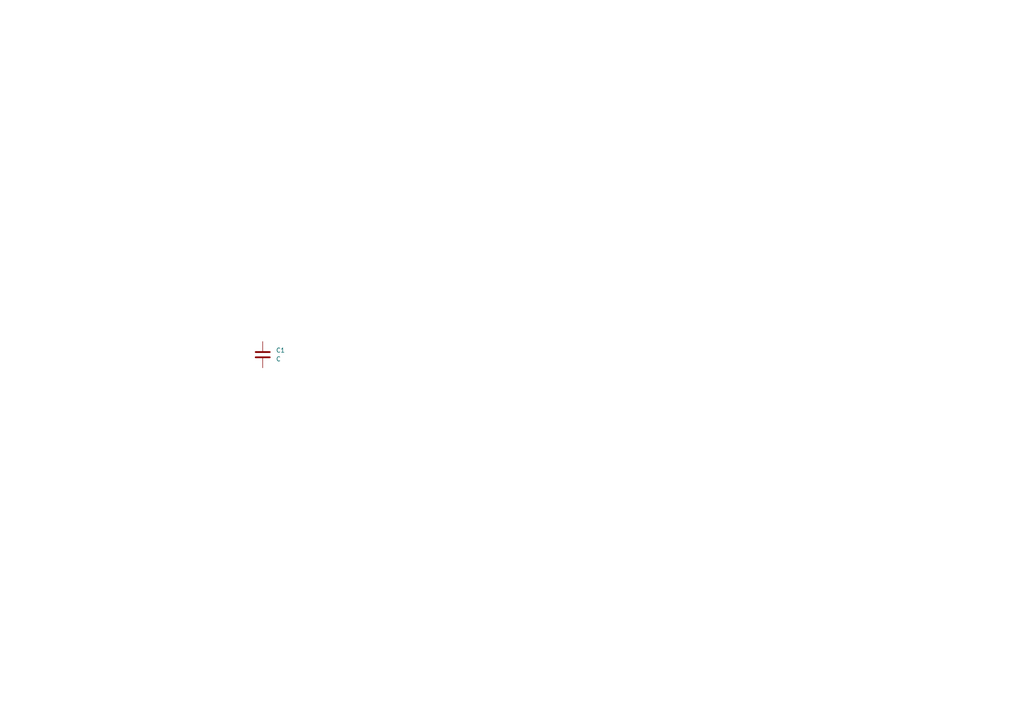
<source format=kicad_sch>
(kicad_sch (version 20250114) (generator "eeschema") (generator_version "9.0")
  (paper "A4")
  (lib_symbols
    (symbol "Device:C" (pin_numbers (hide yes)) (pin_names (offset 0.254))
      (property "Reference" "C" (at 0.635 2.54 0))
      (property "Value" "C" (at 0.635 -2.54 0))
      (symbol "C_0_1"
        (polyline (pts (xy -2.032 0.762) (xy 2.032 0.762)) (stroke (width 0.508)))
        (polyline (pts (xy -2.032 -0.762) (xy 2.032 -0.762)) (stroke (width 0.508)))
      )
      (symbol "C_1_1"
        (pin passive line (at 0 3.81 270) (length 2.794) (name "~") (number "1"))
        (pin passive line (at 0 -3.81 90) (length 2.794) (name "~") (number "2"))
      )
    )
  )
  (symbol (lib_id "Device:C") (at 76.2 102.87 0) (unit 1)
    (property "Reference" "C1" (at 80.01 101.5999 0) (effects (justify left)))
    (property "Value" "C" (at 80.01 104.1399 0) (effects (justify left)))
    (property "Footprint" "Capacitor_SMD:C_1812_4532Metric_Pad1.57x3.40mm_HandSolder" (effects (hide yes)))
    (property "Datasheet" "https://jlcpcb.com/partdetail/724203-FV43N102J302EGG/C692320" (effects (hide yes)))
    (property "Description" "Unpolarized capacitor" (effects (hide yes)))
  )
)
</source>
